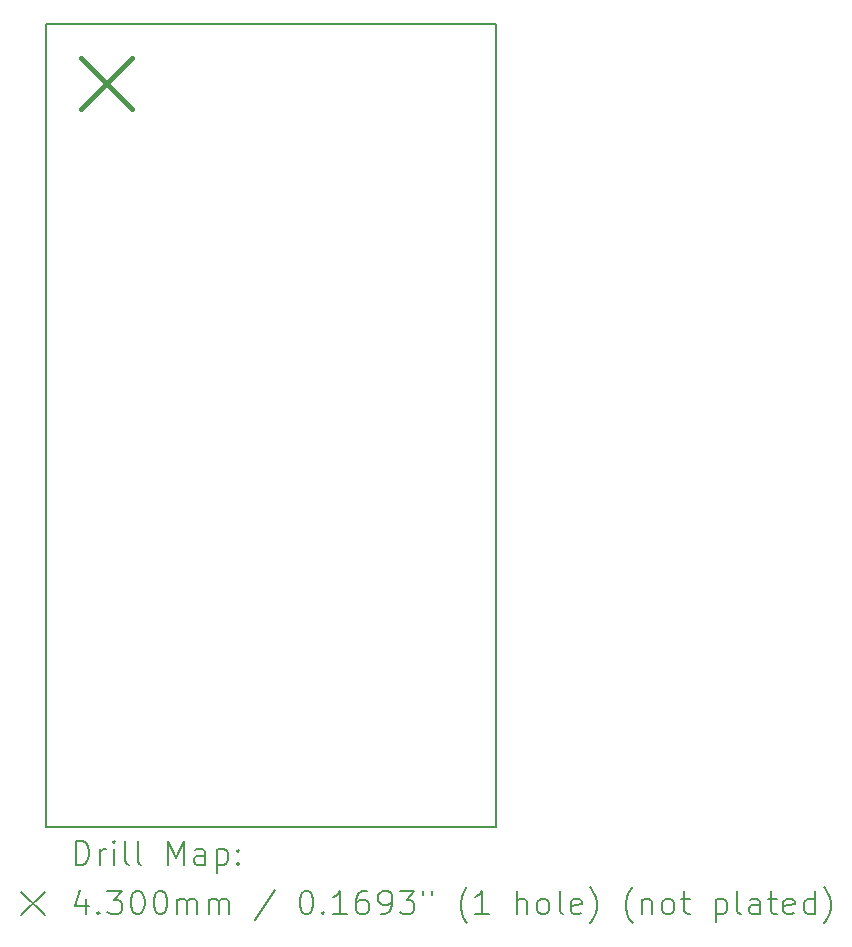
<source format=gbr>
%TF.GenerationSoftware,KiCad,Pcbnew,8.0.7*%
%TF.CreationDate,2025-01-18T12:10:52-08:00*%
%TF.ProjectId,plex-loader,706c6578-2d6c-46f6-9164-65722e6b6963,rev?*%
%TF.SameCoordinates,Original*%
%TF.FileFunction,Drillmap*%
%TF.FilePolarity,Positive*%
%FSLAX45Y45*%
G04 Gerber Fmt 4.5, Leading zero omitted, Abs format (unit mm)*
G04 Created by KiCad (PCBNEW 8.0.7) date 2025-01-18 12:10:52*
%MOMM*%
%LPD*%
G01*
G04 APERTURE LIST*
%ADD10C,0.200000*%
%ADD11C,0.430000*%
G04 APERTURE END LIST*
D10*
X5000000Y-5000000D02*
X8805040Y-5000000D01*
X8805040Y-11797540D01*
X5000000Y-11797540D01*
X5000000Y-5000000D01*
D11*
X5293000Y-5293000D02*
X5723000Y-5723000D01*
X5723000Y-5293000D02*
X5293000Y-5723000D01*
D10*
X5250777Y-12119024D02*
X5250777Y-11919024D01*
X5250777Y-11919024D02*
X5298396Y-11919024D01*
X5298396Y-11919024D02*
X5326967Y-11928548D01*
X5326967Y-11928548D02*
X5346015Y-11947595D01*
X5346015Y-11947595D02*
X5355539Y-11966643D01*
X5355539Y-11966643D02*
X5365063Y-12004738D01*
X5365063Y-12004738D02*
X5365063Y-12033309D01*
X5365063Y-12033309D02*
X5355539Y-12071405D01*
X5355539Y-12071405D02*
X5346015Y-12090452D01*
X5346015Y-12090452D02*
X5326967Y-12109500D01*
X5326967Y-12109500D02*
X5298396Y-12119024D01*
X5298396Y-12119024D02*
X5250777Y-12119024D01*
X5450777Y-12119024D02*
X5450777Y-11985690D01*
X5450777Y-12023786D02*
X5460301Y-12004738D01*
X5460301Y-12004738D02*
X5469824Y-11995214D01*
X5469824Y-11995214D02*
X5488872Y-11985690D01*
X5488872Y-11985690D02*
X5507920Y-11985690D01*
X5574586Y-12119024D02*
X5574586Y-11985690D01*
X5574586Y-11919024D02*
X5565063Y-11928548D01*
X5565063Y-11928548D02*
X5574586Y-11938071D01*
X5574586Y-11938071D02*
X5584110Y-11928548D01*
X5584110Y-11928548D02*
X5574586Y-11919024D01*
X5574586Y-11919024D02*
X5574586Y-11938071D01*
X5698396Y-12119024D02*
X5679348Y-12109500D01*
X5679348Y-12109500D02*
X5669824Y-12090452D01*
X5669824Y-12090452D02*
X5669824Y-11919024D01*
X5803158Y-12119024D02*
X5784110Y-12109500D01*
X5784110Y-12109500D02*
X5774586Y-12090452D01*
X5774586Y-12090452D02*
X5774586Y-11919024D01*
X6031729Y-12119024D02*
X6031729Y-11919024D01*
X6031729Y-11919024D02*
X6098396Y-12061881D01*
X6098396Y-12061881D02*
X6165062Y-11919024D01*
X6165062Y-11919024D02*
X6165062Y-12119024D01*
X6346015Y-12119024D02*
X6346015Y-12014262D01*
X6346015Y-12014262D02*
X6336491Y-11995214D01*
X6336491Y-11995214D02*
X6317443Y-11985690D01*
X6317443Y-11985690D02*
X6279348Y-11985690D01*
X6279348Y-11985690D02*
X6260301Y-11995214D01*
X6346015Y-12109500D02*
X6326967Y-12119024D01*
X6326967Y-12119024D02*
X6279348Y-12119024D01*
X6279348Y-12119024D02*
X6260301Y-12109500D01*
X6260301Y-12109500D02*
X6250777Y-12090452D01*
X6250777Y-12090452D02*
X6250777Y-12071405D01*
X6250777Y-12071405D02*
X6260301Y-12052357D01*
X6260301Y-12052357D02*
X6279348Y-12042833D01*
X6279348Y-12042833D02*
X6326967Y-12042833D01*
X6326967Y-12042833D02*
X6346015Y-12033309D01*
X6441253Y-11985690D02*
X6441253Y-12185690D01*
X6441253Y-11995214D02*
X6460301Y-11985690D01*
X6460301Y-11985690D02*
X6498396Y-11985690D01*
X6498396Y-11985690D02*
X6517443Y-11995214D01*
X6517443Y-11995214D02*
X6526967Y-12004738D01*
X6526967Y-12004738D02*
X6536491Y-12023786D01*
X6536491Y-12023786D02*
X6536491Y-12080928D01*
X6536491Y-12080928D02*
X6526967Y-12099976D01*
X6526967Y-12099976D02*
X6517443Y-12109500D01*
X6517443Y-12109500D02*
X6498396Y-12119024D01*
X6498396Y-12119024D02*
X6460301Y-12119024D01*
X6460301Y-12119024D02*
X6441253Y-12109500D01*
X6622205Y-12099976D02*
X6631729Y-12109500D01*
X6631729Y-12109500D02*
X6622205Y-12119024D01*
X6622205Y-12119024D02*
X6612682Y-12109500D01*
X6612682Y-12109500D02*
X6622205Y-12099976D01*
X6622205Y-12099976D02*
X6622205Y-12119024D01*
X6622205Y-11995214D02*
X6631729Y-12004738D01*
X6631729Y-12004738D02*
X6622205Y-12014262D01*
X6622205Y-12014262D02*
X6612682Y-12004738D01*
X6612682Y-12004738D02*
X6622205Y-11995214D01*
X6622205Y-11995214D02*
X6622205Y-12014262D01*
X4790000Y-12347540D02*
X4990000Y-12547540D01*
X4990000Y-12347540D02*
X4790000Y-12547540D01*
X5336491Y-12405690D02*
X5336491Y-12539024D01*
X5288872Y-12329500D02*
X5241253Y-12472357D01*
X5241253Y-12472357D02*
X5365063Y-12472357D01*
X5441253Y-12519976D02*
X5450777Y-12529500D01*
X5450777Y-12529500D02*
X5441253Y-12539024D01*
X5441253Y-12539024D02*
X5431729Y-12529500D01*
X5431729Y-12529500D02*
X5441253Y-12519976D01*
X5441253Y-12519976D02*
X5441253Y-12539024D01*
X5517444Y-12339024D02*
X5641253Y-12339024D01*
X5641253Y-12339024D02*
X5574586Y-12415214D01*
X5574586Y-12415214D02*
X5603158Y-12415214D01*
X5603158Y-12415214D02*
X5622205Y-12424738D01*
X5622205Y-12424738D02*
X5631729Y-12434262D01*
X5631729Y-12434262D02*
X5641253Y-12453309D01*
X5641253Y-12453309D02*
X5641253Y-12500928D01*
X5641253Y-12500928D02*
X5631729Y-12519976D01*
X5631729Y-12519976D02*
X5622205Y-12529500D01*
X5622205Y-12529500D02*
X5603158Y-12539024D01*
X5603158Y-12539024D02*
X5546015Y-12539024D01*
X5546015Y-12539024D02*
X5526967Y-12529500D01*
X5526967Y-12529500D02*
X5517444Y-12519976D01*
X5765062Y-12339024D02*
X5784110Y-12339024D01*
X5784110Y-12339024D02*
X5803158Y-12348548D01*
X5803158Y-12348548D02*
X5812682Y-12358071D01*
X5812682Y-12358071D02*
X5822205Y-12377119D01*
X5822205Y-12377119D02*
X5831729Y-12415214D01*
X5831729Y-12415214D02*
X5831729Y-12462833D01*
X5831729Y-12462833D02*
X5822205Y-12500928D01*
X5822205Y-12500928D02*
X5812682Y-12519976D01*
X5812682Y-12519976D02*
X5803158Y-12529500D01*
X5803158Y-12529500D02*
X5784110Y-12539024D01*
X5784110Y-12539024D02*
X5765062Y-12539024D01*
X5765062Y-12539024D02*
X5746015Y-12529500D01*
X5746015Y-12529500D02*
X5736491Y-12519976D01*
X5736491Y-12519976D02*
X5726967Y-12500928D01*
X5726967Y-12500928D02*
X5717443Y-12462833D01*
X5717443Y-12462833D02*
X5717443Y-12415214D01*
X5717443Y-12415214D02*
X5726967Y-12377119D01*
X5726967Y-12377119D02*
X5736491Y-12358071D01*
X5736491Y-12358071D02*
X5746015Y-12348548D01*
X5746015Y-12348548D02*
X5765062Y-12339024D01*
X5955539Y-12339024D02*
X5974586Y-12339024D01*
X5974586Y-12339024D02*
X5993634Y-12348548D01*
X5993634Y-12348548D02*
X6003158Y-12358071D01*
X6003158Y-12358071D02*
X6012682Y-12377119D01*
X6012682Y-12377119D02*
X6022205Y-12415214D01*
X6022205Y-12415214D02*
X6022205Y-12462833D01*
X6022205Y-12462833D02*
X6012682Y-12500928D01*
X6012682Y-12500928D02*
X6003158Y-12519976D01*
X6003158Y-12519976D02*
X5993634Y-12529500D01*
X5993634Y-12529500D02*
X5974586Y-12539024D01*
X5974586Y-12539024D02*
X5955539Y-12539024D01*
X5955539Y-12539024D02*
X5936491Y-12529500D01*
X5936491Y-12529500D02*
X5926967Y-12519976D01*
X5926967Y-12519976D02*
X5917443Y-12500928D01*
X5917443Y-12500928D02*
X5907920Y-12462833D01*
X5907920Y-12462833D02*
X5907920Y-12415214D01*
X5907920Y-12415214D02*
X5917443Y-12377119D01*
X5917443Y-12377119D02*
X5926967Y-12358071D01*
X5926967Y-12358071D02*
X5936491Y-12348548D01*
X5936491Y-12348548D02*
X5955539Y-12339024D01*
X6107920Y-12539024D02*
X6107920Y-12405690D01*
X6107920Y-12424738D02*
X6117443Y-12415214D01*
X6117443Y-12415214D02*
X6136491Y-12405690D01*
X6136491Y-12405690D02*
X6165063Y-12405690D01*
X6165063Y-12405690D02*
X6184110Y-12415214D01*
X6184110Y-12415214D02*
X6193634Y-12434262D01*
X6193634Y-12434262D02*
X6193634Y-12539024D01*
X6193634Y-12434262D02*
X6203158Y-12415214D01*
X6203158Y-12415214D02*
X6222205Y-12405690D01*
X6222205Y-12405690D02*
X6250777Y-12405690D01*
X6250777Y-12405690D02*
X6269824Y-12415214D01*
X6269824Y-12415214D02*
X6279348Y-12434262D01*
X6279348Y-12434262D02*
X6279348Y-12539024D01*
X6374586Y-12539024D02*
X6374586Y-12405690D01*
X6374586Y-12424738D02*
X6384110Y-12415214D01*
X6384110Y-12415214D02*
X6403158Y-12405690D01*
X6403158Y-12405690D02*
X6431729Y-12405690D01*
X6431729Y-12405690D02*
X6450777Y-12415214D01*
X6450777Y-12415214D02*
X6460301Y-12434262D01*
X6460301Y-12434262D02*
X6460301Y-12539024D01*
X6460301Y-12434262D02*
X6469824Y-12415214D01*
X6469824Y-12415214D02*
X6488872Y-12405690D01*
X6488872Y-12405690D02*
X6517443Y-12405690D01*
X6517443Y-12405690D02*
X6536491Y-12415214D01*
X6536491Y-12415214D02*
X6546015Y-12434262D01*
X6546015Y-12434262D02*
X6546015Y-12539024D01*
X6936491Y-12329500D02*
X6765063Y-12586643D01*
X7193634Y-12339024D02*
X7212682Y-12339024D01*
X7212682Y-12339024D02*
X7231729Y-12348548D01*
X7231729Y-12348548D02*
X7241253Y-12358071D01*
X7241253Y-12358071D02*
X7250777Y-12377119D01*
X7250777Y-12377119D02*
X7260301Y-12415214D01*
X7260301Y-12415214D02*
X7260301Y-12462833D01*
X7260301Y-12462833D02*
X7250777Y-12500928D01*
X7250777Y-12500928D02*
X7241253Y-12519976D01*
X7241253Y-12519976D02*
X7231729Y-12529500D01*
X7231729Y-12529500D02*
X7212682Y-12539024D01*
X7212682Y-12539024D02*
X7193634Y-12539024D01*
X7193634Y-12539024D02*
X7174586Y-12529500D01*
X7174586Y-12529500D02*
X7165063Y-12519976D01*
X7165063Y-12519976D02*
X7155539Y-12500928D01*
X7155539Y-12500928D02*
X7146015Y-12462833D01*
X7146015Y-12462833D02*
X7146015Y-12415214D01*
X7146015Y-12415214D02*
X7155539Y-12377119D01*
X7155539Y-12377119D02*
X7165063Y-12358071D01*
X7165063Y-12358071D02*
X7174586Y-12348548D01*
X7174586Y-12348548D02*
X7193634Y-12339024D01*
X7346015Y-12519976D02*
X7355539Y-12529500D01*
X7355539Y-12529500D02*
X7346015Y-12539024D01*
X7346015Y-12539024D02*
X7336491Y-12529500D01*
X7336491Y-12529500D02*
X7346015Y-12519976D01*
X7346015Y-12519976D02*
X7346015Y-12539024D01*
X7546015Y-12539024D02*
X7431729Y-12539024D01*
X7488872Y-12539024D02*
X7488872Y-12339024D01*
X7488872Y-12339024D02*
X7469825Y-12367595D01*
X7469825Y-12367595D02*
X7450777Y-12386643D01*
X7450777Y-12386643D02*
X7431729Y-12396167D01*
X7717444Y-12339024D02*
X7679348Y-12339024D01*
X7679348Y-12339024D02*
X7660301Y-12348548D01*
X7660301Y-12348548D02*
X7650777Y-12358071D01*
X7650777Y-12358071D02*
X7631729Y-12386643D01*
X7631729Y-12386643D02*
X7622206Y-12424738D01*
X7622206Y-12424738D02*
X7622206Y-12500928D01*
X7622206Y-12500928D02*
X7631729Y-12519976D01*
X7631729Y-12519976D02*
X7641253Y-12529500D01*
X7641253Y-12529500D02*
X7660301Y-12539024D01*
X7660301Y-12539024D02*
X7698396Y-12539024D01*
X7698396Y-12539024D02*
X7717444Y-12529500D01*
X7717444Y-12529500D02*
X7726967Y-12519976D01*
X7726967Y-12519976D02*
X7736491Y-12500928D01*
X7736491Y-12500928D02*
X7736491Y-12453309D01*
X7736491Y-12453309D02*
X7726967Y-12434262D01*
X7726967Y-12434262D02*
X7717444Y-12424738D01*
X7717444Y-12424738D02*
X7698396Y-12415214D01*
X7698396Y-12415214D02*
X7660301Y-12415214D01*
X7660301Y-12415214D02*
X7641253Y-12424738D01*
X7641253Y-12424738D02*
X7631729Y-12434262D01*
X7631729Y-12434262D02*
X7622206Y-12453309D01*
X7831729Y-12539024D02*
X7869825Y-12539024D01*
X7869825Y-12539024D02*
X7888872Y-12529500D01*
X7888872Y-12529500D02*
X7898396Y-12519976D01*
X7898396Y-12519976D02*
X7917444Y-12491405D01*
X7917444Y-12491405D02*
X7926967Y-12453309D01*
X7926967Y-12453309D02*
X7926967Y-12377119D01*
X7926967Y-12377119D02*
X7917444Y-12358071D01*
X7917444Y-12358071D02*
X7907920Y-12348548D01*
X7907920Y-12348548D02*
X7888872Y-12339024D01*
X7888872Y-12339024D02*
X7850777Y-12339024D01*
X7850777Y-12339024D02*
X7831729Y-12348548D01*
X7831729Y-12348548D02*
X7822206Y-12358071D01*
X7822206Y-12358071D02*
X7812682Y-12377119D01*
X7812682Y-12377119D02*
X7812682Y-12424738D01*
X7812682Y-12424738D02*
X7822206Y-12443786D01*
X7822206Y-12443786D02*
X7831729Y-12453309D01*
X7831729Y-12453309D02*
X7850777Y-12462833D01*
X7850777Y-12462833D02*
X7888872Y-12462833D01*
X7888872Y-12462833D02*
X7907920Y-12453309D01*
X7907920Y-12453309D02*
X7917444Y-12443786D01*
X7917444Y-12443786D02*
X7926967Y-12424738D01*
X7993634Y-12339024D02*
X8117444Y-12339024D01*
X8117444Y-12339024D02*
X8050777Y-12415214D01*
X8050777Y-12415214D02*
X8079348Y-12415214D01*
X8079348Y-12415214D02*
X8098396Y-12424738D01*
X8098396Y-12424738D02*
X8107920Y-12434262D01*
X8107920Y-12434262D02*
X8117444Y-12453309D01*
X8117444Y-12453309D02*
X8117444Y-12500928D01*
X8117444Y-12500928D02*
X8107920Y-12519976D01*
X8107920Y-12519976D02*
X8098396Y-12529500D01*
X8098396Y-12529500D02*
X8079348Y-12539024D01*
X8079348Y-12539024D02*
X8022206Y-12539024D01*
X8022206Y-12539024D02*
X8003158Y-12529500D01*
X8003158Y-12529500D02*
X7993634Y-12519976D01*
X8193634Y-12339024D02*
X8193634Y-12377119D01*
X8269825Y-12339024D02*
X8269825Y-12377119D01*
X8565063Y-12615214D02*
X8555539Y-12605690D01*
X8555539Y-12605690D02*
X8536491Y-12577119D01*
X8536491Y-12577119D02*
X8526968Y-12558071D01*
X8526968Y-12558071D02*
X8517444Y-12529500D01*
X8517444Y-12529500D02*
X8507920Y-12481881D01*
X8507920Y-12481881D02*
X8507920Y-12443786D01*
X8507920Y-12443786D02*
X8517444Y-12396167D01*
X8517444Y-12396167D02*
X8526968Y-12367595D01*
X8526968Y-12367595D02*
X8536491Y-12348548D01*
X8536491Y-12348548D02*
X8555539Y-12319976D01*
X8555539Y-12319976D02*
X8565063Y-12310452D01*
X8746015Y-12539024D02*
X8631730Y-12539024D01*
X8688872Y-12539024D02*
X8688872Y-12339024D01*
X8688872Y-12339024D02*
X8669825Y-12367595D01*
X8669825Y-12367595D02*
X8650777Y-12386643D01*
X8650777Y-12386643D02*
X8631730Y-12396167D01*
X8984111Y-12539024D02*
X8984111Y-12339024D01*
X9069825Y-12539024D02*
X9069825Y-12434262D01*
X9069825Y-12434262D02*
X9060301Y-12415214D01*
X9060301Y-12415214D02*
X9041253Y-12405690D01*
X9041253Y-12405690D02*
X9012682Y-12405690D01*
X9012682Y-12405690D02*
X8993634Y-12415214D01*
X8993634Y-12415214D02*
X8984111Y-12424738D01*
X9193634Y-12539024D02*
X9174587Y-12529500D01*
X9174587Y-12529500D02*
X9165063Y-12519976D01*
X9165063Y-12519976D02*
X9155539Y-12500928D01*
X9155539Y-12500928D02*
X9155539Y-12443786D01*
X9155539Y-12443786D02*
X9165063Y-12424738D01*
X9165063Y-12424738D02*
X9174587Y-12415214D01*
X9174587Y-12415214D02*
X9193634Y-12405690D01*
X9193634Y-12405690D02*
X9222206Y-12405690D01*
X9222206Y-12405690D02*
X9241253Y-12415214D01*
X9241253Y-12415214D02*
X9250777Y-12424738D01*
X9250777Y-12424738D02*
X9260301Y-12443786D01*
X9260301Y-12443786D02*
X9260301Y-12500928D01*
X9260301Y-12500928D02*
X9250777Y-12519976D01*
X9250777Y-12519976D02*
X9241253Y-12529500D01*
X9241253Y-12529500D02*
X9222206Y-12539024D01*
X9222206Y-12539024D02*
X9193634Y-12539024D01*
X9374587Y-12539024D02*
X9355539Y-12529500D01*
X9355539Y-12529500D02*
X9346015Y-12510452D01*
X9346015Y-12510452D02*
X9346015Y-12339024D01*
X9526968Y-12529500D02*
X9507920Y-12539024D01*
X9507920Y-12539024D02*
X9469825Y-12539024D01*
X9469825Y-12539024D02*
X9450777Y-12529500D01*
X9450777Y-12529500D02*
X9441253Y-12510452D01*
X9441253Y-12510452D02*
X9441253Y-12434262D01*
X9441253Y-12434262D02*
X9450777Y-12415214D01*
X9450777Y-12415214D02*
X9469825Y-12405690D01*
X9469825Y-12405690D02*
X9507920Y-12405690D01*
X9507920Y-12405690D02*
X9526968Y-12415214D01*
X9526968Y-12415214D02*
X9536492Y-12434262D01*
X9536492Y-12434262D02*
X9536492Y-12453309D01*
X9536492Y-12453309D02*
X9441253Y-12472357D01*
X9603158Y-12615214D02*
X9612682Y-12605690D01*
X9612682Y-12605690D02*
X9631730Y-12577119D01*
X9631730Y-12577119D02*
X9641253Y-12558071D01*
X9641253Y-12558071D02*
X9650777Y-12529500D01*
X9650777Y-12529500D02*
X9660301Y-12481881D01*
X9660301Y-12481881D02*
X9660301Y-12443786D01*
X9660301Y-12443786D02*
X9650777Y-12396167D01*
X9650777Y-12396167D02*
X9641253Y-12367595D01*
X9641253Y-12367595D02*
X9631730Y-12348548D01*
X9631730Y-12348548D02*
X9612682Y-12319976D01*
X9612682Y-12319976D02*
X9603158Y-12310452D01*
X9965063Y-12615214D02*
X9955539Y-12605690D01*
X9955539Y-12605690D02*
X9936492Y-12577119D01*
X9936492Y-12577119D02*
X9926968Y-12558071D01*
X9926968Y-12558071D02*
X9917444Y-12529500D01*
X9917444Y-12529500D02*
X9907920Y-12481881D01*
X9907920Y-12481881D02*
X9907920Y-12443786D01*
X9907920Y-12443786D02*
X9917444Y-12396167D01*
X9917444Y-12396167D02*
X9926968Y-12367595D01*
X9926968Y-12367595D02*
X9936492Y-12348548D01*
X9936492Y-12348548D02*
X9955539Y-12319976D01*
X9955539Y-12319976D02*
X9965063Y-12310452D01*
X10041253Y-12405690D02*
X10041253Y-12539024D01*
X10041253Y-12424738D02*
X10050777Y-12415214D01*
X10050777Y-12415214D02*
X10069825Y-12405690D01*
X10069825Y-12405690D02*
X10098396Y-12405690D01*
X10098396Y-12405690D02*
X10117444Y-12415214D01*
X10117444Y-12415214D02*
X10126968Y-12434262D01*
X10126968Y-12434262D02*
X10126968Y-12539024D01*
X10250777Y-12539024D02*
X10231730Y-12529500D01*
X10231730Y-12529500D02*
X10222206Y-12519976D01*
X10222206Y-12519976D02*
X10212682Y-12500928D01*
X10212682Y-12500928D02*
X10212682Y-12443786D01*
X10212682Y-12443786D02*
X10222206Y-12424738D01*
X10222206Y-12424738D02*
X10231730Y-12415214D01*
X10231730Y-12415214D02*
X10250777Y-12405690D01*
X10250777Y-12405690D02*
X10279349Y-12405690D01*
X10279349Y-12405690D02*
X10298396Y-12415214D01*
X10298396Y-12415214D02*
X10307920Y-12424738D01*
X10307920Y-12424738D02*
X10317444Y-12443786D01*
X10317444Y-12443786D02*
X10317444Y-12500928D01*
X10317444Y-12500928D02*
X10307920Y-12519976D01*
X10307920Y-12519976D02*
X10298396Y-12529500D01*
X10298396Y-12529500D02*
X10279349Y-12539024D01*
X10279349Y-12539024D02*
X10250777Y-12539024D01*
X10374587Y-12405690D02*
X10450777Y-12405690D01*
X10403158Y-12339024D02*
X10403158Y-12510452D01*
X10403158Y-12510452D02*
X10412682Y-12529500D01*
X10412682Y-12529500D02*
X10431730Y-12539024D01*
X10431730Y-12539024D02*
X10450777Y-12539024D01*
X10669825Y-12405690D02*
X10669825Y-12605690D01*
X10669825Y-12415214D02*
X10688873Y-12405690D01*
X10688873Y-12405690D02*
X10726968Y-12405690D01*
X10726968Y-12405690D02*
X10746015Y-12415214D01*
X10746015Y-12415214D02*
X10755539Y-12424738D01*
X10755539Y-12424738D02*
X10765063Y-12443786D01*
X10765063Y-12443786D02*
X10765063Y-12500928D01*
X10765063Y-12500928D02*
X10755539Y-12519976D01*
X10755539Y-12519976D02*
X10746015Y-12529500D01*
X10746015Y-12529500D02*
X10726968Y-12539024D01*
X10726968Y-12539024D02*
X10688873Y-12539024D01*
X10688873Y-12539024D02*
X10669825Y-12529500D01*
X10879349Y-12539024D02*
X10860301Y-12529500D01*
X10860301Y-12529500D02*
X10850777Y-12510452D01*
X10850777Y-12510452D02*
X10850777Y-12339024D01*
X11041254Y-12539024D02*
X11041254Y-12434262D01*
X11041254Y-12434262D02*
X11031730Y-12415214D01*
X11031730Y-12415214D02*
X11012682Y-12405690D01*
X11012682Y-12405690D02*
X10974587Y-12405690D01*
X10974587Y-12405690D02*
X10955539Y-12415214D01*
X11041254Y-12529500D02*
X11022206Y-12539024D01*
X11022206Y-12539024D02*
X10974587Y-12539024D01*
X10974587Y-12539024D02*
X10955539Y-12529500D01*
X10955539Y-12529500D02*
X10946015Y-12510452D01*
X10946015Y-12510452D02*
X10946015Y-12491405D01*
X10946015Y-12491405D02*
X10955539Y-12472357D01*
X10955539Y-12472357D02*
X10974587Y-12462833D01*
X10974587Y-12462833D02*
X11022206Y-12462833D01*
X11022206Y-12462833D02*
X11041254Y-12453309D01*
X11107920Y-12405690D02*
X11184111Y-12405690D01*
X11136492Y-12339024D02*
X11136492Y-12510452D01*
X11136492Y-12510452D02*
X11146015Y-12529500D01*
X11146015Y-12529500D02*
X11165063Y-12539024D01*
X11165063Y-12539024D02*
X11184111Y-12539024D01*
X11326968Y-12529500D02*
X11307920Y-12539024D01*
X11307920Y-12539024D02*
X11269825Y-12539024D01*
X11269825Y-12539024D02*
X11250777Y-12529500D01*
X11250777Y-12529500D02*
X11241253Y-12510452D01*
X11241253Y-12510452D02*
X11241253Y-12434262D01*
X11241253Y-12434262D02*
X11250777Y-12415214D01*
X11250777Y-12415214D02*
X11269825Y-12405690D01*
X11269825Y-12405690D02*
X11307920Y-12405690D01*
X11307920Y-12405690D02*
X11326968Y-12415214D01*
X11326968Y-12415214D02*
X11336492Y-12434262D01*
X11336492Y-12434262D02*
X11336492Y-12453309D01*
X11336492Y-12453309D02*
X11241253Y-12472357D01*
X11507920Y-12539024D02*
X11507920Y-12339024D01*
X11507920Y-12529500D02*
X11488873Y-12539024D01*
X11488873Y-12539024D02*
X11450777Y-12539024D01*
X11450777Y-12539024D02*
X11431730Y-12529500D01*
X11431730Y-12529500D02*
X11422206Y-12519976D01*
X11422206Y-12519976D02*
X11412682Y-12500928D01*
X11412682Y-12500928D02*
X11412682Y-12443786D01*
X11412682Y-12443786D02*
X11422206Y-12424738D01*
X11422206Y-12424738D02*
X11431730Y-12415214D01*
X11431730Y-12415214D02*
X11450777Y-12405690D01*
X11450777Y-12405690D02*
X11488873Y-12405690D01*
X11488873Y-12405690D02*
X11507920Y-12415214D01*
X11584111Y-12615214D02*
X11593634Y-12605690D01*
X11593634Y-12605690D02*
X11612682Y-12577119D01*
X11612682Y-12577119D02*
X11622206Y-12558071D01*
X11622206Y-12558071D02*
X11631730Y-12529500D01*
X11631730Y-12529500D02*
X11641253Y-12481881D01*
X11641253Y-12481881D02*
X11641253Y-12443786D01*
X11641253Y-12443786D02*
X11631730Y-12396167D01*
X11631730Y-12396167D02*
X11622206Y-12367595D01*
X11622206Y-12367595D02*
X11612682Y-12348548D01*
X11612682Y-12348548D02*
X11593634Y-12319976D01*
X11593634Y-12319976D02*
X11584111Y-12310452D01*
M02*

</source>
